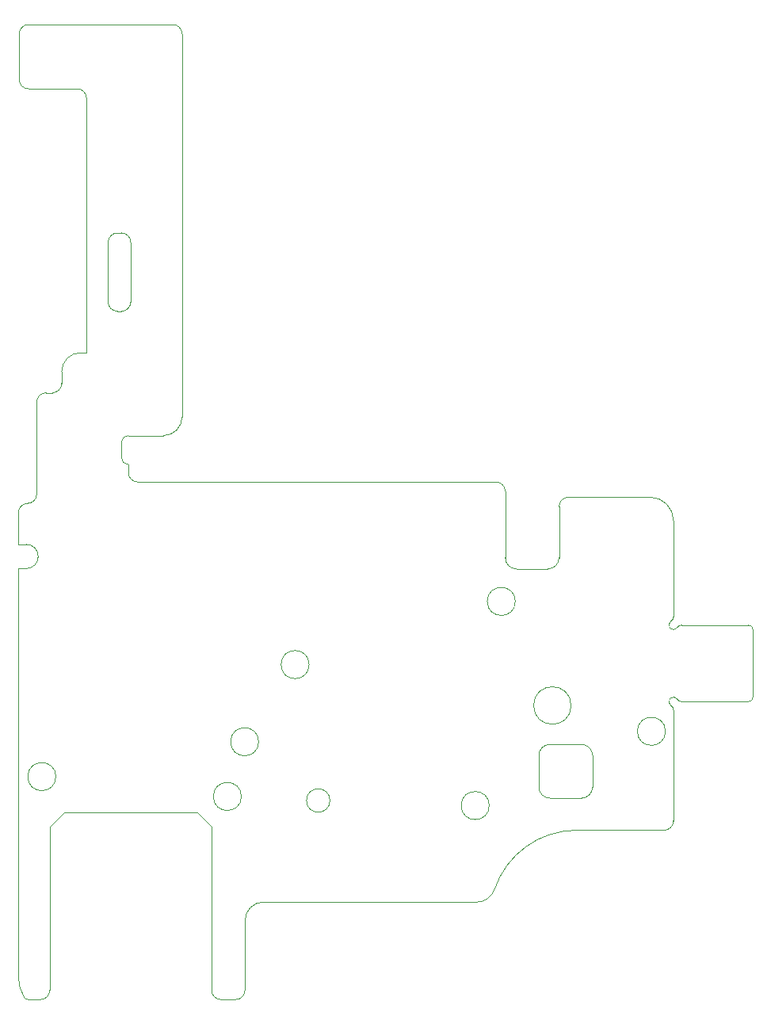
<source format=gbr>
%TF.GenerationSoftware,KiCad,Pcbnew,7.0.6*%
%TF.CreationDate,2024-04-04T16:42:56-07:00*%
%TF.ProjectId,retroglowplus_gbc,72657472-6f67-46c6-9f77-706c75735f67,rev?*%
%TF.SameCoordinates,Original*%
%TF.FileFunction,Profile,NP*%
%FSLAX46Y46*%
G04 Gerber Fmt 4.6, Leading zero omitted, Abs format (unit mm)*
G04 Created by KiCad (PCBNEW 7.0.6) date 2024-04-04 16:42:56*
%MOMM*%
%LPD*%
G01*
G04 APERTURE LIST*
%TA.AperFunction,Profile*%
%ADD10C,0.001000*%
%TD*%
G04 APERTURE END LIST*
D10*
X207569080Y-117478620D02*
G75*
G03*
X206319127Y-116228620I-1249980J20D01*
G01*
X205460600Y-162397457D02*
X205460600Y-140977409D01*
X261068096Y-142139004D02*
G75*
G03*
X262268074Y-143339004I1200004J4D01*
G01*
X266818096Y-138789004D02*
G75*
G03*
X265618074Y-137589004I-1199996J4D01*
G01*
X264233704Y-111190404D02*
G75*
G03*
X263233704Y-112190400I-104J-999896D01*
G01*
X265126369Y-146763069D02*
G75*
G03*
X256341390Y-153074932I31J-9269531D01*
G01*
X226111057Y-146405998D02*
X224537642Y-144832583D01*
X209464605Y-141039607D02*
G75*
G03*
X209464605Y-141039607I-1500000J0D01*
G01*
X212744234Y-68563615D02*
X212744234Y-95755289D01*
X217463142Y-83957858D02*
G75*
G03*
X216463077Y-82957858I-1000042J-42D01*
G01*
X205460600Y-116228620D02*
X206319127Y-116228620D01*
X210096592Y-99028669D02*
X210096592Y-97755289D01*
X275460604Y-133901894D02*
G75*
G03*
X275210600Y-133468883I-500004J-6D01*
G01*
X265618074Y-143339074D02*
G75*
G03*
X266818074Y-142139004I-74J1200074D01*
G01*
X207569127Y-117478620D02*
X207569127Y-117560314D01*
X231136007Y-137310492D02*
G75*
G03*
X231136007Y-137310492I-1500000J0D01*
G01*
X208811057Y-153905998D02*
X208811057Y-146405998D01*
X274460600Y-146763100D02*
G75*
G03*
X275460600Y-145763085I-100J1000100D01*
G01*
X228672626Y-164860426D02*
G75*
G03*
X229672626Y-163860440I-26J1000026D01*
G01*
X206544235Y-60704044D02*
X221958649Y-60704044D01*
X275893564Y-132785897D02*
G75*
G03*
X276326625Y-133035869I433036J250097D01*
G01*
X207427027Y-110853962D02*
X207427027Y-101028669D01*
X231672626Y-154436826D02*
G75*
G03*
X229672626Y-156436785I-26J-1999974D01*
G01*
X226111060Y-163860440D02*
G75*
G03*
X227111057Y-164860440I1000040J40D01*
G01*
X262268074Y-137589074D02*
G75*
G03*
X261068074Y-138789004I-74J-1199926D01*
G01*
X226111057Y-153905998D02*
X226111057Y-146405998D01*
X283960600Y-125342760D02*
X283960600Y-132535869D01*
X274460600Y-146763085D02*
X265126369Y-146763085D01*
X206319127Y-118810327D02*
G75*
G03*
X207569127Y-117560314I-27J1250027D01*
G01*
X215050736Y-90327264D02*
G75*
G03*
X216050700Y-91327264I999964J-36D01*
G01*
X210384472Y-144832583D02*
X224537642Y-144832583D01*
X257483758Y-110562542D02*
G75*
G03*
X256483704Y-109562542I-999958J42D01*
G01*
X216050700Y-82957900D02*
G75*
G03*
X215050700Y-83957858I0J-1000000D01*
G01*
X262268074Y-137589004D02*
X265618074Y-137589004D01*
X217212283Y-104602983D02*
G75*
G03*
X216462283Y-105353048I17J-750017D01*
G01*
X208811057Y-153905998D02*
X208811057Y-163860440D01*
X275460600Y-133901894D02*
X275460600Y-140977409D01*
X207811057Y-164860357D02*
G75*
G03*
X208811057Y-163860440I43J999957D01*
G01*
X218212283Y-109562542D02*
X256483704Y-109562542D01*
X222958556Y-61704044D02*
G75*
G03*
X221958649Y-60704044I-999956J44D01*
G01*
X265618074Y-143339004D02*
X262268074Y-143339004D01*
X205460600Y-140977409D02*
X205460600Y-118810314D01*
X217463077Y-83957858D02*
X217463077Y-90327264D01*
X275210603Y-124409753D02*
G75*
G03*
X275460600Y-123976735I-249903J432953D01*
G01*
X208427027Y-100028669D02*
X209096592Y-100028669D01*
X216463077Y-91327264D02*
X216050700Y-91327264D01*
X216462252Y-106953048D02*
G75*
G03*
X217212283Y-107703048I750048J48D01*
G01*
X216462283Y-105353048D02*
X216462283Y-106953048D01*
X274599634Y-136198349D02*
G75*
G03*
X274599634Y-136198349I-1500000J0D01*
G01*
X226111057Y-163860440D02*
X226111057Y-153905998D01*
X257483735Y-117649265D02*
G75*
G03*
X258683704Y-118849265I1200065J65D01*
G01*
X206544235Y-60704035D02*
G75*
G03*
X205544235Y-61704044I-35J-999965D01*
G01*
X212096592Y-95755289D02*
X212744234Y-95755289D01*
X216050700Y-82957858D02*
X216463077Y-82957858D01*
X216463077Y-91327277D02*
G75*
G03*
X217463077Y-90327264I23J999977D01*
G01*
X205544235Y-66563615D02*
X205544235Y-61704044D01*
X217212283Y-107703048D02*
X217212283Y-108562542D01*
X261068074Y-142139004D02*
X261068074Y-138789004D01*
X217212258Y-108562542D02*
G75*
G03*
X218212283Y-109562542I1000042J42D01*
G01*
X236529445Y-129069401D02*
G75*
G03*
X236529445Y-129069401I-1500000J0D01*
G01*
X255771538Y-144126522D02*
G75*
G03*
X255771538Y-144126522I-1500000J0D01*
G01*
X220958665Y-104603165D02*
G75*
G03*
X222958665Y-102603096I-65J2000065D01*
G01*
X206460600Y-111853962D02*
X206427027Y-111853962D01*
X205460622Y-162397457D02*
G75*
G03*
X206084985Y-164620748I4270478J-43D01*
G01*
X208427027Y-100028727D02*
G75*
G03*
X207427027Y-101028669I-27J-999973D01*
G01*
X205544185Y-66563615D02*
G75*
G03*
X206544235Y-67563615I1000015J15D01*
G01*
X258557951Y-122320796D02*
G75*
G03*
X258557951Y-122320796I-1500000J0D01*
G01*
X264516794Y-133442132D02*
G75*
G03*
X264516794Y-133442132I-2000000J0D01*
G01*
X228672626Y-164860440D02*
X227111057Y-164860440D01*
X229285878Y-143157563D02*
G75*
G03*
X229285878Y-143157563I-1500000J0D01*
G01*
X205460600Y-113690400D02*
X205460600Y-116228620D01*
X283460600Y-133035800D02*
G75*
G03*
X283960600Y-132535869I0J500000D01*
G01*
X283460600Y-133035869D02*
X276326625Y-133035869D01*
X208811057Y-146405998D02*
X210384472Y-144832583D01*
X215050700Y-90327264D02*
X215050700Y-83957858D01*
X207811057Y-164860440D02*
X206511880Y-164860440D01*
X206319127Y-118810314D02*
X205460600Y-118810314D01*
X206460600Y-111854000D02*
G75*
G03*
X205460600Y-112853962I0J-1000000D01*
G01*
X205460600Y-113690400D02*
X205460600Y-112853962D01*
X263233704Y-114299265D02*
X263233704Y-112190400D01*
X283960640Y-125342760D02*
G75*
G03*
X283460600Y-124842760I-499940J60D01*
G01*
X263233704Y-117649265D02*
X263233704Y-114299265D01*
X257483704Y-110562542D02*
X257483704Y-112190400D01*
X206084983Y-164620749D02*
G75*
G03*
X206511880Y-164860440I426917J260349D01*
G01*
X257483704Y-114299265D02*
X257483704Y-117649265D01*
X275460600Y-113690400D02*
X275460600Y-123976735D01*
X206544235Y-67563615D02*
X211744234Y-67563615D01*
X229672626Y-156436785D02*
X229672626Y-163860440D01*
X275210559Y-124409676D02*
G75*
G03*
X275893613Y-125092760I250041J-433024D01*
G01*
X254445929Y-154436754D02*
G75*
G03*
X256341388Y-153074932I-29J2000054D01*
G01*
X276326625Y-124842760D02*
X283460600Y-124842760D01*
X262033704Y-118849204D02*
G75*
G03*
X263233704Y-117649265I-4J1200004D01*
G01*
X258683704Y-118849265D02*
X262033704Y-118849265D01*
X266818074Y-138789004D02*
X266818074Y-142139004D01*
X276326625Y-124842753D02*
G75*
G03*
X275893614Y-125092760I-25J-499947D01*
G01*
X209096592Y-100028692D02*
G75*
G03*
X210096592Y-99028669I8J999992D01*
G01*
X222958649Y-61704044D02*
X222958665Y-102603096D01*
X257483704Y-112190400D02*
X257483704Y-114299265D01*
X206427027Y-111854027D02*
G75*
G03*
X207427027Y-110853962I-27J1000027D01*
G01*
X238747929Y-143590623D02*
G75*
G03*
X238747929Y-143590623I-1250000J0D01*
G01*
X212096592Y-95755292D02*
G75*
G03*
X210096592Y-97755289I8J-2000008D01*
G01*
X275893576Y-132785890D02*
G75*
G03*
X275210600Y-133468882I-432976J-250010D01*
G01*
X275460600Y-140977409D02*
X275460600Y-145763085D01*
X264233704Y-111190400D02*
X272960600Y-111190400D01*
X275460600Y-113690400D02*
G75*
G03*
X272960600Y-111190400I-2500000J0D01*
G01*
X254445929Y-154436785D02*
X231672626Y-154436785D01*
X212744185Y-68563615D02*
G75*
G03*
X211744234Y-67563615I-999985J15D01*
G01*
X220958649Y-104603048D02*
X217212283Y-104603048D01*
M02*

</source>
